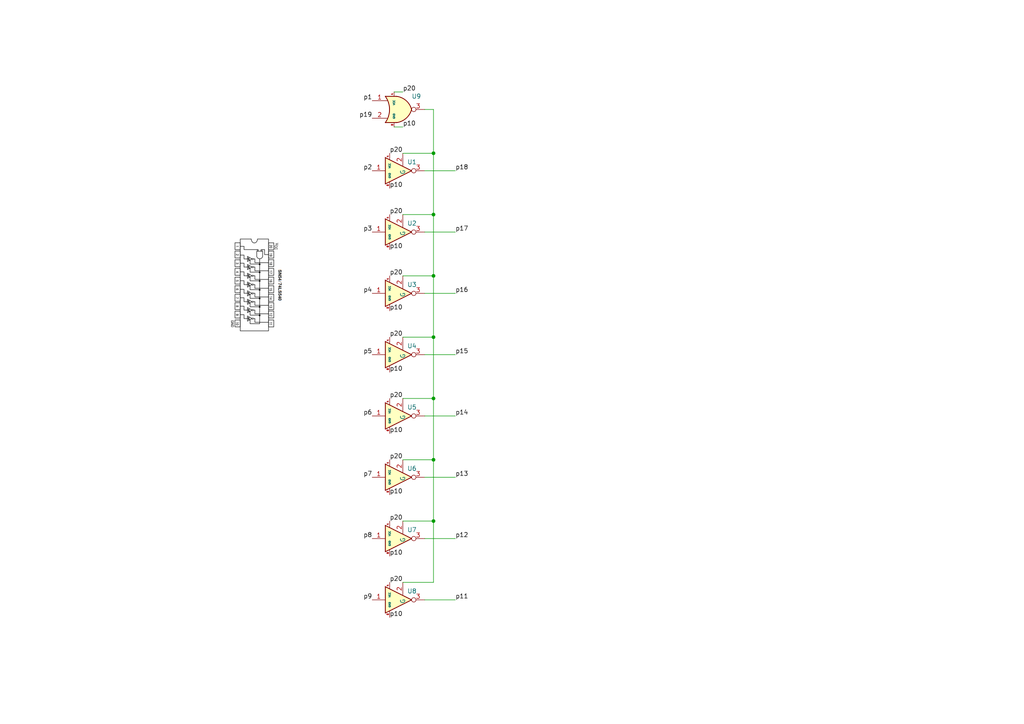
<source format=kicad_sch>
(kicad_sch (version 20231120) (generator "eeschema") (generator_version "8.0")
  (paper "A4")
  (lib_symbols
    (symbol "SimCad:INV_G" (pin_names (offset 1.016))
      (property "Reference" "U" (at -5.08 5.08 0))
      (symbol "INV_G_1_1"
        (polyline (pts (xy -1.27 3.81) (xy -1.27 -3.81) (xy 6.35 0) (xy -1.27 3.81)) (stroke (width 0.254)) (fill (type background)))
        (pin input line (at 0 -5.08 90) (length 1.8034) (name "GND") (number "0"))
        (pin input line (at -5.08 0 0) (length 3.81) (name "~") (number "1"))
        (pin input line (at 3.81 5.08 270) (length 3.7084) (name "G") (number "2"))
        (pin output inverted (at 10.16 0 180) (length 3.81) (name "~") (number "3"))
        (pin input line (at 0 5.08 270) (length 1.8034) (name "VCC") (number "4"))
      )
    )
    (symbol "SimCad:NOR2" (pin_names (offset 1.016))
      (property "Reference" "U" (at 2.54 5.08 0))
      (symbol "NOR2_1_1"
        (arc (start -2.54 -3.81) (mid -1.319 0) (end -2.54 3.81) (stroke (width 0.254)))
        (polyline (pts (xy -2.54 -3.81) (xy 0.635 -3.81)) (stroke (width 0.254)) (fill (type background)))
        (polyline (pts (xy -2.54 3.81) (xy 0.635 3.81)) (stroke (width 0.254)) (fill (type background)))
        (polyline (pts (xy 0.635 3.81) (xy -2.54 3.81) (xy -2.54 3.81) (xy -2.286 3.4036) (xy -1.7526 2.2606) (xy -1.4224 1.0414) (xy -1.3462 -0.254) (xy -1.4986 -1.4986) (xy -1.905 -2.7178) (xy -2.54 -3.81) (xy -2.54 -3.81) (xy 0.635 -3.81)) (stroke (width -25.4)) (fill (type background)))
        (arc (start 0.6604 -3.81) (mid 3.4542 -2.5851) (end 5.08 0) (stroke (width 0.254)) (fill (type background)))
        (arc (start 5.08 0) (mid 3.4615 2.5936) (end 0.6604 3.81) (stroke (width 0.254)) (fill (type background)))
        (pin input line (at 0 -5.08 90) (length 1.27) (name "GND") (number "0"))
        (pin input line (at -6.35 2.54 0) (length 4.318) (name "~") (number "1"))
        (pin input line (at -6.35 -2.54 0) (length 4.318) (name "~") (number "2"))
        (pin output inverted (at 8.89 0 180) (length 3.81) (name "~") (number "3"))
        (pin input line (at 0 5.08 270) (length 1.27) (name "VCC") (number "4"))
      )
    )
  )
  (junction (at 125.73 62.23))
  (junction (at 125.73 115.57))
  (junction (at 125.73 80.01))
  (junction (at 125.73 133.35))
  (junction (at 125.73 97.79))
  (junction (at 125.73 151.13))
  (junction (at 125.73 44.45))
  (wire (pts (xy 123.19 49.53) (xy 132.08 49.53)))
  (wire (pts (xy 125.73 115.57) (xy 125.73 133.35)))
  (wire (pts (xy 125.73 133.35) (xy 116.84 133.35)))
  (wire (pts (xy 125.73 62.23) (xy 116.84 62.23)))
  (wire (pts (xy 125.73 115.57) (xy 125.73 97.79)))
  (wire (pts (xy 125.73 31.75) (xy 125.73 44.45)))
  (wire (pts (xy 123.19 102.87) (xy 132.08 102.87)))
  (wire (pts (xy 125.73 151.13) (xy 125.73 168.91)))
  (wire (pts (xy 125.73 62.23) (xy 125.73 80.01)))
  (wire (pts (xy 125.73 44.45) (xy 116.84 44.45)))
  (wire (pts (xy 123.19 31.75) (xy 125.73 31.75)))
  (wire (pts (xy 123.19 85.09) (xy 132.08 85.09)))
  (wire (pts (xy 125.73 80.01) (xy 116.84 80.01)))
  (wire (pts (xy 123.19 67.31) (xy 132.08 67.31)))
  (wire (pts (xy 123.19 173.99) (xy 132.08 173.99)))
  (wire (pts (xy 125.73 168.91) (xy 116.84 168.91)))
  (wire (pts (xy 125.73 151.13) (xy 116.84 151.13)))
  (wire (pts (xy 114.3 36.83) (xy 116.84 36.83)))
  (wire (pts (xy 125.73 44.45) (xy 125.73 62.23)))
  (wire (pts (xy 125.73 115.57) (xy 116.84 115.57)))
  (wire (pts (xy 114.3 26.67) (xy 116.84 26.67)))
  (wire (pts (xy 123.19 138.43) (xy 132.08 138.43)))
  (wire (pts (xy 125.73 80.01) (xy 125.73 97.79)))
  (wire (pts (xy 123.19 156.21) (xy 132.08 156.21)))
  (wire (pts (xy 123.19 120.65) (xy 132.08 120.65)))
  (wire (pts (xy 125.73 133.35) (xy 125.73 151.13)))
  (wire (pts (xy 125.73 97.79) (xy 116.84 97.79)))
  (image (at 74.295 82.55))
  (label "p10" (at 113.03 54.61 0))
  (label "p2" (at 107.95 49.53 180))
  (label "p20" (at 113.03 62.23 0))
  (label "p20" (at 113.03 115.57 0))
  (label "p9" (at 107.95 173.99 180))
  (label "p10" (at 113.03 143.51 0))
  (label "p20" (at 113.03 44.45 0))
  (label "p20" (at 113.03 133.35 0))
  (label "p11" (at 132.08 173.99 0))
  (label "p18" (at 132.08 49.53 0))
  (label "p8" (at 107.95 156.21 180))
  (label "p20" (at 113.03 97.79 0))
  (label "p10" (at 113.03 161.29 0))
  (label "p20" (at 113.03 151.13 0))
  (label "p4" (at 107.95 85.09 180))
  (label "p10" (at 113.03 90.17 0))
  (label "p7" (at 107.95 138.43 180))
  (label "p10" (at 113.03 125.73 0))
  (label "p3" (at 107.95 67.31 180))
  (label "p20" (at 113.03 80.01 0))
  (label "p17" (at 132.08 67.31 0))
  (label "p5" (at 107.95 102.87 180))
  (label "p19" (at 107.95 34.29 180))
  (label "p20" (at 113.03 168.91 0))
  (label "p13" (at 132.08 138.43 0))
  (label "p10" (at 116.84 36.83 0))
  (label "p14" (at 132.08 120.65 0))
  (label "p10" (at 113.03 72.39 0))
  (label "p20" (at 116.84 26.67 0))
  (label "p15" (at 132.08 102.87 0))
  (label "p6" (at 107.95 120.65 180))
  (label "p1" (at 107.95 29.21 180))
  (label "p10" (at 113.03 107.95 0))
  (label "p12" (at 132.08 156.21 0))
  (label "p16" (at 132.08 85.09 0))
  (label "p10" (at 113.03 179.07 0))
  (symbol (lib_id "SimCad:NOR2") (at 114.3 31.75 0) (unit 1)
    (property "Reference" "U9" (at 119.38 27.94 0) (effects (justify left)))
    (property "Value" "NOR2" (effects (hide yes)))
  )
  (symbol (lib_id "SimCad:INV_G") (at 113.03 49.53 0) (unit 1)
    (property "Reference" "U1" (at 118.11 46.99 0) (effects (justify left)))
    (property "Value" "INV_G" (effects (hide yes)))
  )
  (symbol (lib_id "SimCad:INV_G") (at 113.03 67.31 0) (unit 1)
    (property "Reference" "U2" (at 118.11 64.77 0) (effects (justify left)))
    (property "Value" "INV_G" (effects (hide yes)))
  )
  (symbol (lib_id "SimCad:INV_G") (at 113.03 85.09 0) (unit 1)
    (property "Reference" "U3" (at 118.11 82.55 0) (effects (justify left)))
    (property "Value" "INV_G" (effects (hide yes)))
  )
  (symbol (lib_id "SimCad:INV_G") (at 113.03 102.87 0) (unit 1)
    (property "Reference" "U4" (at 118.11 100.33 0) (effects (justify left)))
    (property "Value" "INV_G" (effects (hide yes)))
  )
  (symbol (lib_id "SimCad:INV_G") (at 113.03 120.65 0) (unit 1)
    (property "Reference" "U5" (at 118.11 118.11 0) (effects (justify left)))
    (property "Value" "INV_G" (effects (hide yes)))
  )
  (symbol (lib_id "SimCad:INV_G") (at 113.03 138.43 0) (unit 1)
    (property "Reference" "U6" (at 118.11 135.89 0) (effects (justify left)))
    (property "Value" "INV_G" (effects (hide yes)))
  )
  (symbol (lib_id "SimCad:INV_G") (at 113.03 156.21 0) (unit 1)
    (property "Reference" "U7" (at 118.11 153.67 0) (effects (justify left)))
    (property "Value" "INV_G" (effects (hide yes)))
  )
  (symbol (lib_id "SimCad:INV_G") (at 113.03 173.99 0) (unit 1)
    (property "Reference" "U8" (at 118.11 171.45 0) (effects (justify left)))
    (property "Value" "INV_G" (effects (hide yes)))
  )
)
</source>
